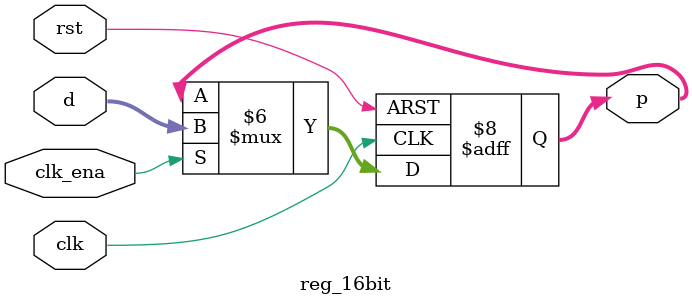
<source format=v>
module reg_16bit(
	input 		  clk,rst,clk_ena,
	input 	   [15:0] d,
	output reg [15:0] p
);

	always@(posedge clk or negedge rst)begin
		if(rst == 1'b0) p <= 16'h0;
		else if(clk_ena ==1'b1) p <= d;
		else p <= p;
	end

	always@*begin
		;
	end
	

endmodule   

</source>
